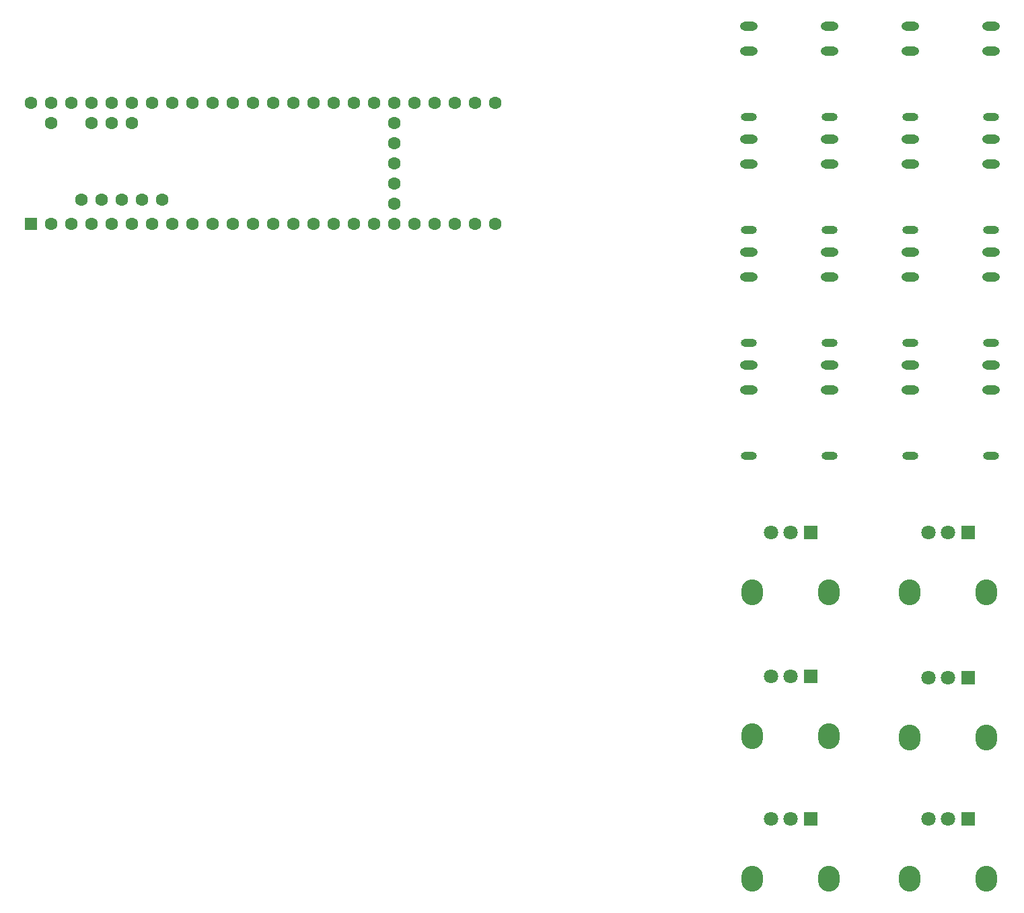
<source format=gbr>
%TF.GenerationSoftware,KiCad,Pcbnew,(5.1.6-0-10_14)*%
%TF.CreationDate,2021-03-24T18:08:36-04:00*%
%TF.ProjectId,lowstepper_hardware,6c6f7773-7465-4707-9065-725f68617264,rev?*%
%TF.SameCoordinates,Original*%
%TF.FileFunction,Copper,L2,Bot*%
%TF.FilePolarity,Positive*%
%FSLAX46Y46*%
G04 Gerber Fmt 4.6, Leading zero omitted, Abs format (unit mm)*
G04 Created by KiCad (PCBNEW (5.1.6-0-10_14)) date 2021-03-24 18:08:36*
%MOMM*%
%LPD*%
G01*
G04 APERTURE LIST*
%TA.AperFunction,ComponentPad*%
%ADD10O,2.216000X1.108000*%
%TD*%
%TA.AperFunction,ComponentPad*%
%ADD11O,2.016000X1.008000*%
%TD*%
%TA.AperFunction,ComponentPad*%
%ADD12C,1.600000*%
%TD*%
%TA.AperFunction,ComponentPad*%
%ADD13R,1.600000X1.600000*%
%TD*%
%TA.AperFunction,ComponentPad*%
%ADD14R,1.800000X1.800000*%
%TD*%
%TA.AperFunction,ComponentPad*%
%ADD15C,1.800000*%
%TD*%
%TA.AperFunction,ComponentPad*%
%ADD16O,2.720000X3.240000*%
%TD*%
G04 APERTURE END LIST*
D10*
%TO.P,J17,1*%
%TO.N,GND*%
X260604000Y-44320000D03*
%TO.P,J17,2*%
%TO.N,/RESET_SENSE_B*%
X260604000Y-47420000D03*
D11*
%TO.P,J17,3*%
%TO.N,Net-(J17-Pad3)*%
X260604000Y-55720000D03*
%TD*%
D10*
%TO.P,J16,1*%
%TO.N,GND*%
X240284000Y-44320000D03*
%TO.P,J16,2*%
%TO.N,/TRIG_SENSE_B*%
X240284000Y-47420000D03*
D11*
%TO.P,J16,3*%
%TO.N,Net-(J16-Pad3)*%
X240284000Y-55720000D03*
%TD*%
D10*
%TO.P,J15,1*%
%TO.N,GND*%
X250444000Y-44320000D03*
%TO.P,J15,2*%
%TO.N,/CLK_SENSE_B*%
X250444000Y-47420000D03*
D11*
%TO.P,J15,3*%
%TO.N,Net-(J15-Pad3)*%
X250444000Y-55720000D03*
%TD*%
D10*
%TO.P,J14,1*%
%TO.N,GND*%
X260604000Y-30096000D03*
%TO.P,J14,2*%
%TO.N,/RESET_SENSE_A*%
X260604000Y-33196000D03*
D11*
%TO.P,J14,3*%
%TO.N,Net-(J14-Pad3)*%
X260604000Y-41496000D03*
%TD*%
D10*
%TO.P,J13,1*%
%TO.N,GND*%
X240284000Y-30096000D03*
%TO.P,J13,2*%
%TO.N,/TRIG_SENSE_A*%
X240284000Y-33196000D03*
D11*
%TO.P,J13,3*%
%TO.N,Net-(J13-Pad3)*%
X240284000Y-41496000D03*
%TD*%
D10*
%TO.P,J12,1*%
%TO.N,GND*%
X250444000Y-30096000D03*
%TO.P,J12,2*%
%TO.N,/CLK_SENSE_A*%
X250444000Y-33196000D03*
D11*
%TO.P,J12,3*%
%TO.N,Net-(J12-Pad3)*%
X250444000Y-41496000D03*
%TD*%
D10*
%TO.P,J11,1*%
%TO.N,GND*%
X260604000Y-72768000D03*
%TO.P,J11,2*%
X260604000Y-75868000D03*
D11*
%TO.P,J11,3*%
%TO.N,Net-(J11-Pad3)*%
X260604000Y-84168000D03*
%TD*%
D10*
%TO.P,J10,1*%
%TO.N,GND*%
X240284000Y-72768000D03*
%TO.P,J10,2*%
X240284000Y-75868000D03*
D11*
%TO.P,J10,3*%
%TO.N,Net-(J10-Pad3)*%
X240284000Y-84168000D03*
%TD*%
D10*
%TO.P,J9,1*%
%TO.N,GND*%
X250444000Y-72768000D03*
%TO.P,J9,2*%
X250444000Y-75868000D03*
D11*
%TO.P,J9,3*%
%TO.N,Net-(J9-Pad3)*%
X250444000Y-84168000D03*
%TD*%
D10*
%TO.P,J7,1*%
%TO.N,GND*%
X260604000Y-58544000D03*
%TO.P,J7,2*%
X260604000Y-61644000D03*
D11*
%TO.P,J7,3*%
%TO.N,Net-(J7-Pad3)*%
X260604000Y-69944000D03*
%TD*%
D10*
%TO.P,J6,1*%
%TO.N,GND*%
X240284000Y-58544000D03*
%TO.P,J6,2*%
X240284000Y-61644000D03*
D11*
%TO.P,J6,3*%
%TO.N,Net-(J6-Pad3)*%
X240284000Y-69944000D03*
%TD*%
D10*
%TO.P,J5,1*%
%TO.N,GND*%
X250444000Y-58544000D03*
%TO.P,J5,2*%
X250444000Y-61644000D03*
D11*
%TO.P,J5,3*%
%TO.N,Net-(J5-Pad3)*%
X250444000Y-69944000D03*
%TD*%
D10*
%TO.P,J4,1*%
%TO.N,GND*%
X270764000Y-44320000D03*
%TO.P,J4,2*%
%TO.N,Net-(J4-Pad2)*%
X270764000Y-47420000D03*
D11*
%TO.P,J4,3*%
%TO.N,Net-(J4-Pad3)*%
X270764000Y-55720000D03*
%TD*%
D10*
%TO.P,J3,1*%
%TO.N,GND*%
X270764000Y-30096000D03*
%TO.P,J3,2*%
%TO.N,Net-(J3-Pad2)*%
X270764000Y-33196000D03*
D11*
%TO.P,J3,3*%
%TO.N,Net-(J3-Pad3)*%
X270764000Y-41496000D03*
%TD*%
D10*
%TO.P,J2,1*%
%TO.N,GND*%
X270764000Y-72768000D03*
%TO.P,J2,2*%
%TO.N,Net-(J2-Pad2)*%
X270764000Y-75868000D03*
D11*
%TO.P,J2,3*%
%TO.N,Net-(J2-Pad3)*%
X270764000Y-84168000D03*
%TD*%
D10*
%TO.P,J1,1*%
%TO.N,GND*%
X270764000Y-58544000D03*
%TO.P,J1,2*%
%TO.N,Net-(J1-Pad2)*%
X270764000Y-61644000D03*
D11*
%TO.P,J1,3*%
%TO.N,Net-(J1-Pad3)*%
X270764000Y-69944000D03*
%TD*%
D12*
%TO.P,U3,62*%
%TO.N,N/C*%
X166412000Y-51981000D03*
%TO.P,U3,61*%
X163872000Y-51981000D03*
%TO.P,U3,60*%
X161332000Y-51981000D03*
%TO.P,U3,59*%
X158792000Y-51981000D03*
%TO.P,U3,58*%
X156252000Y-51981000D03*
%TO.P,U3,57*%
%TO.N,/EOC_A*%
X162602000Y-42281000D03*
%TO.P,U3,56*%
%TO.N,/EOC_B*%
X160062000Y-42281000D03*
%TO.P,U3,55*%
%TO.N,Net-(U3-Pad55)*%
X157522000Y-42281000D03*
%TO.P,U3,54*%
%TO.N,Net-(U3-Pad54)*%
X152442000Y-42281000D03*
%TO.P,U3,53*%
%TO.N,+5V*%
X149902000Y-39741000D03*
%TO.P,U3,52*%
%TO.N,Net-(U3-Pad52)*%
X152442000Y-39741000D03*
%TO.P,U3,51*%
%TO.N,+3V3*%
X154982000Y-39741000D03*
%TO.P,U3,50*%
%TO.N,/RATE_POT_B*%
X157522000Y-39741000D03*
%TO.P,U3,49*%
%TO.N,/MORPH_POT_B*%
X160062000Y-39741000D03*
%TO.P,U3,48*%
%TO.N,/CHUNK_POT_B*%
X162602000Y-39741000D03*
%TO.P,U3,47*%
%TO.N,/RATE_CV_B*%
X165142000Y-39741000D03*
%TO.P,U3,46*%
%TO.N,/MORPH_CV_B*%
X167682000Y-39741000D03*
%TO.P,U3,45*%
%TO.N,/CHUNK_CV_B*%
X170222000Y-39741000D03*
%TO.P,U3,44*%
%TO.N,/RESET_SENSE_B*%
X172762000Y-39741000D03*
%TO.P,U3,43*%
%TO.N,/TRIG_SENSE_B*%
X175302000Y-39741000D03*
%TO.P,U3,42*%
%TO.N,/CLK_SENSE_B*%
X177842000Y-39741000D03*
%TO.P,U3,41*%
%TO.N,/BTN_MODE_SELECT*%
X180382000Y-39741000D03*
%TO.P,U3,40*%
%TO.N,Net-(U3-Pad40)*%
X182922000Y-39741000D03*
%TO.P,U3,39*%
%TO.N,GND*%
X185462000Y-39741000D03*
%TO.P,U3,38*%
%TO.N,/DAC_OUT_B*%
X188002000Y-39741000D03*
D13*
%TO.P,U3,1*%
%TO.N,GND*%
X149902000Y-54981000D03*
D12*
%TO.P,U3,2*%
%TO.N,Net-(U3-Pad2)*%
X152442000Y-54981000D03*
%TO.P,U3,3*%
%TO.N,Net-(U3-Pad3)*%
X154982000Y-54981000D03*
%TO.P,U3,4*%
%TO.N,Net-(U3-Pad4)*%
X157522000Y-54981000D03*
%TO.P,U3,5*%
%TO.N,/LED_A_R*%
X160062000Y-54981000D03*
%TO.P,U3,6*%
%TO.N,/LED_A_G*%
X162602000Y-54981000D03*
%TO.P,U3,7*%
%TO.N,/LED_A_B*%
X165142000Y-54981000D03*
%TO.P,U3,8*%
%TO.N,/LED_B_R*%
X167682000Y-54981000D03*
%TO.P,U3,9*%
%TO.N,Net-(U3-Pad9)*%
X170222000Y-54981000D03*
%TO.P,U3,10*%
%TO.N,Net-(U3-Pad10)*%
X172762000Y-54981000D03*
%TO.P,U3,11*%
%TO.N,/LED_B_G*%
X175302000Y-54981000D03*
%TO.P,U3,12*%
%TO.N,/LED_B_B*%
X177842000Y-54981000D03*
%TO.P,U3,13*%
%TO.N,Net-(U3-Pad13)*%
X180382000Y-54981000D03*
%TO.P,U3,37*%
%TO.N,/DAC_OUT_A*%
X190542000Y-39741000D03*
%TO.P,U3,36*%
%TO.N,Net-(U3-Pad36)*%
X193082000Y-39741000D03*
%TO.P,U3,35*%
%TO.N,/CHUNK_CV_A*%
X195622000Y-39741000D03*
%TO.P,U3,34*%
%TO.N,/MORPH_CV_A*%
X198162000Y-39741000D03*
%TO.P,U3,33*%
%TO.N,/RATE_CV_A*%
X200702000Y-39741000D03*
%TO.P,U3,32*%
%TO.N,/CHUNK_POT_A*%
X203242000Y-39741000D03*
%TO.P,U3,31*%
%TO.N,/MORPH_POT_A*%
X205782000Y-39741000D03*
%TO.P,U3,30*%
%TO.N,/RATE_POT_A*%
X208322000Y-39741000D03*
%TO.P,U3,29*%
%TO.N,Net-(U3-Pad29)*%
X195622000Y-42281000D03*
%TO.P,U3,28*%
%TO.N,Net-(U3-Pad28)*%
X195622000Y-44821000D03*
%TO.P,U3,27*%
%TO.N,GND*%
X195622000Y-47361000D03*
%TO.P,U3,26*%
%TO.N,Net-(U3-Pad26)*%
X195622000Y-49901000D03*
%TO.P,U3,25*%
%TO.N,Net-(U3-Pad25)*%
X195622000Y-52441000D03*
%TO.P,U3,24*%
%TO.N,/RESET_SENSE_A*%
X208322000Y-54981000D03*
%TO.P,U3,23*%
%TO.N,/TRIG_SENSE_A*%
X205782000Y-54981000D03*
%TO.P,U3,22*%
%TO.N,/CLK_SENSE_A*%
X203242000Y-54981000D03*
%TO.P,U3,21*%
%TO.N,/RESET_IN_B*%
X200702000Y-54981000D03*
%TO.P,U3,14*%
%TO.N,Net-(U3-Pad14)*%
X182922000Y-54981000D03*
%TO.P,U3,15*%
%TO.N,Net-(U3-Pad15)*%
X185462000Y-54981000D03*
%TO.P,U3,16*%
%TO.N,/CLK_IN_A*%
X188002000Y-54981000D03*
%TO.P,U3,20*%
%TO.N,/TRIG_IN_B*%
X198162000Y-54981000D03*
%TO.P,U3,19*%
%TO.N,/CLK_IN_B*%
X195622000Y-54981000D03*
%TO.P,U3,18*%
%TO.N,/RESET_IN_A*%
X193082000Y-54981000D03*
%TO.P,U3,17*%
%TO.N,/TRIG_IN_A*%
X190542000Y-54981000D03*
%TD*%
D14*
%TO.P,RV6,1*%
%TO.N,+3V3*%
X267843000Y-129921000D03*
D15*
%TO.P,RV6,2*%
%TO.N,/CHUNK_POT_B*%
X265343000Y-129921000D03*
%TO.P,RV6,3*%
%TO.N,GND*%
X262843000Y-129921000D03*
D16*
%TO.P,RV6,*%
%TO.N,*%
X260543000Y-137421000D03*
X270143000Y-137421000D03*
%TD*%
D14*
%TO.P,RV5,1*%
%TO.N,+3V3*%
X267843000Y-112141000D03*
D15*
%TO.P,RV5,2*%
%TO.N,/RATE_POT_B*%
X265343000Y-112141000D03*
%TO.P,RV5,3*%
%TO.N,GND*%
X262843000Y-112141000D03*
D16*
%TO.P,RV5,*%
%TO.N,*%
X260543000Y-119641000D03*
X270143000Y-119641000D03*
%TD*%
%TO.P,RV4,*%
%TO.N,*%
X270143000Y-101393000D03*
X260543000Y-101393000D03*
D15*
%TO.P,RV4,3*%
%TO.N,GND*%
X262843000Y-93893000D03*
%TO.P,RV4,2*%
%TO.N,/MORPH_POT_B*%
X265343000Y-93893000D03*
D14*
%TO.P,RV4,1*%
%TO.N,+3V3*%
X267843000Y-93893000D03*
%TD*%
%TO.P,RV3,1*%
%TO.N,+3V3*%
X248031000Y-129921000D03*
D15*
%TO.P,RV3,2*%
%TO.N,/CHUNK_POT_A*%
X245531000Y-129921000D03*
%TO.P,RV3,3*%
%TO.N,GND*%
X243031000Y-129921000D03*
D16*
%TO.P,RV3,*%
%TO.N,*%
X240731000Y-137421000D03*
X250331000Y-137421000D03*
%TD*%
D14*
%TO.P,RV2,1*%
%TO.N,+3V3*%
X248031000Y-112014000D03*
D15*
%TO.P,RV2,2*%
%TO.N,/RATE_POT_A*%
X245531000Y-112014000D03*
%TO.P,RV2,3*%
%TO.N,GND*%
X243031000Y-112014000D03*
D16*
%TO.P,RV2,*%
%TO.N,*%
X240731000Y-119514000D03*
X250331000Y-119514000D03*
%TD*%
%TO.P,RV1,*%
%TO.N,*%
X250331000Y-101353000D03*
X240731000Y-101353000D03*
D15*
%TO.P,RV1,3*%
%TO.N,GND*%
X243031000Y-93853000D03*
%TO.P,RV1,2*%
%TO.N,/MORPH_POT_A*%
X245531000Y-93853000D03*
D14*
%TO.P,RV1,1*%
%TO.N,+3V3*%
X248031000Y-93853000D03*
%TD*%
M02*

</source>
